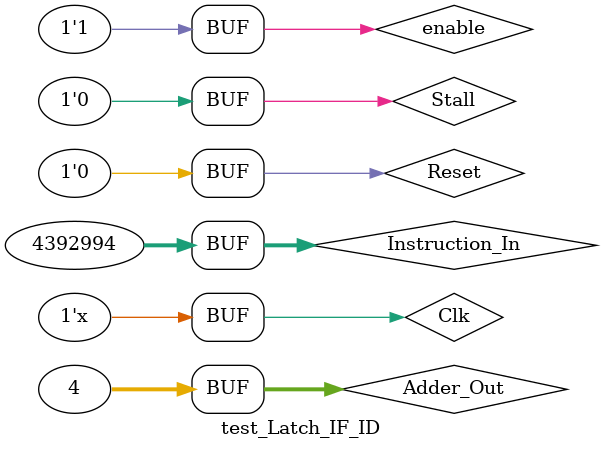
<source format=v>
`timescale 1ns / 1ps
module test_Latch_IF_ID;

	// Inputs
	reg Clk; 
    reg Reset; 
    reg [31:0] Adder_Out; 
    reg [31:0] Instruction_In; 
    reg Stall; 
    reg enable;
	// Outputs
	wire [31:0] Latch_IF_ID_Adder_Out; 
    wire [31:0] Latch_IF_ID_InstrOut;

	// Instantiate the Unit Under Test (UUT)
	Latch_IF_ID uut (
		.Clk(Clk), 
		.Reset(Reset),
		.Adder_Out(Adder_Out),
		.Instruction_In(Instruction_In),
		.Stall(Stall),
		.enable(enable),
		.Latch_IF_ID_Adder_Out(Latch_IF_ID_Adder_Out),
		.Latch_IF_ID_InstrOut(Latch_IF_ID_InstrOut)
	);

   
	initial begin
		// Initialize Inputs
		Clk = 1;
		Reset=1;
		Adder_Out=32'h00000004; // pc=4
		Instruction_In=32'h00430820; // add r1 r2 r3
        Stall=1;
        enable=0;
		#20;
		Reset=0;
        Adder_Out=32'h00000004; // pc=4
        Instruction_In=32'h00430820; // add r1 r2 r3
        Stall=1;
        enable=0;
        #20;
        Reset=0;
        Adder_Out=32'h00000004; // pc=4
        Instruction_In=32'h00430820; // add r1 r2 r3
        Stall=0;
        enable=1;
        #20;
        Reset=0;
        Adder_Out=32'h00000004; // pc=4
        Instruction_In=32'h000430822; // add r1 r2 r3
        Stall=0;
        enable=1;
	end
	
   always begin //clock de la placa 50Mhz
		#10 Clk=~Clk;
	end      
   
endmodule


</source>
